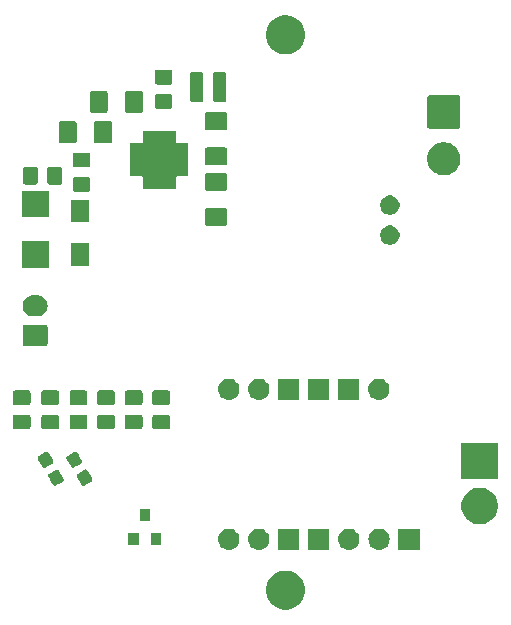
<source format=gbr>
G04 #@! TF.GenerationSoftware,KiCad,Pcbnew,(5.0.2)-1*
G04 #@! TF.CreationDate,2019-03-24T18:15:19+01:00*
G04 #@! TF.ProjectId,DICE-Charging - 2.0,44494345-2d43-4686-9172-67696e67202d,rev?*
G04 #@! TF.SameCoordinates,PX8cfad20PY5dfc8c0*
G04 #@! TF.FileFunction,Soldermask,Top*
G04 #@! TF.FilePolarity,Negative*
%FSLAX46Y46*%
G04 Gerber Fmt 4.6, Leading zero omitted, Abs format (unit mm)*
G04 Created by KiCad (PCBNEW (5.0.2)-1) date 24/03/2019 18:15:19*
%MOMM*%
%LPD*%
G01*
G04 APERTURE LIST*
%ADD10C,0.100000*%
G04 APERTURE END LIST*
D10*
G36*
X40047256Y16760702D02*
X40153579Y16739553D01*
X40454042Y16615097D01*
X40720852Y16436820D01*
X40724454Y16434413D01*
X40954413Y16204454D01*
X41135098Y15934040D01*
X41259553Y15633578D01*
X41323000Y15314611D01*
X41323000Y14989389D01*
X41259553Y14670422D01*
X41135098Y14369960D01*
X40954413Y14099546D01*
X40724454Y13869587D01*
X40724451Y13869585D01*
X40454042Y13688903D01*
X40153579Y13564447D01*
X40047256Y13543298D01*
X39834611Y13501000D01*
X39509389Y13501000D01*
X39296744Y13543298D01*
X39190421Y13564447D01*
X38889958Y13688903D01*
X38619549Y13869585D01*
X38619546Y13869587D01*
X38389587Y14099546D01*
X38208902Y14369960D01*
X38084447Y14670422D01*
X38021000Y14989389D01*
X38021000Y15314611D01*
X38084447Y15633578D01*
X38208902Y15934040D01*
X38389587Y16204454D01*
X38619546Y16434413D01*
X38623148Y16436820D01*
X38889958Y16615097D01*
X39190421Y16739553D01*
X39296744Y16760702D01*
X39509389Y16803000D01*
X39834611Y16803000D01*
X40047256Y16760702D01*
X40047256Y16760702D01*
G37*
G36*
X51041000Y18540000D02*
X49239000Y18540000D01*
X49239000Y20342000D01*
X51041000Y20342000D01*
X51041000Y18540000D01*
X51041000Y18540000D01*
G37*
G36*
X47710443Y20335481D02*
X47776627Y20328963D01*
X47889853Y20294616D01*
X47946467Y20277443D01*
X48085087Y20203348D01*
X48102991Y20193778D01*
X48138729Y20164448D01*
X48240186Y20081186D01*
X48320764Y19983000D01*
X48352778Y19943991D01*
X48352779Y19943989D01*
X48436443Y19787467D01*
X48436443Y19787466D01*
X48487963Y19617627D01*
X48505359Y19441000D01*
X48487963Y19264373D01*
X48453616Y19151147D01*
X48436443Y19094533D01*
X48375757Y18981000D01*
X48352778Y18938009D01*
X48323448Y18902271D01*
X48240186Y18800814D01*
X48138729Y18717552D01*
X48102991Y18688222D01*
X48102989Y18688221D01*
X47946467Y18604557D01*
X47889853Y18587384D01*
X47776627Y18553037D01*
X47710442Y18546518D01*
X47644260Y18540000D01*
X47555740Y18540000D01*
X47489558Y18546518D01*
X47423373Y18553037D01*
X47310147Y18587384D01*
X47253533Y18604557D01*
X47097011Y18688221D01*
X47097009Y18688222D01*
X47061271Y18717552D01*
X46959814Y18800814D01*
X46876552Y18902271D01*
X46847222Y18938009D01*
X46824243Y18981000D01*
X46763557Y19094533D01*
X46746384Y19151147D01*
X46712037Y19264373D01*
X46694641Y19441000D01*
X46712037Y19617627D01*
X46763557Y19787466D01*
X46763557Y19787467D01*
X46847221Y19943989D01*
X46847222Y19943991D01*
X46879236Y19983000D01*
X46959814Y20081186D01*
X47061271Y20164448D01*
X47097009Y20193778D01*
X47114913Y20203348D01*
X47253533Y20277443D01*
X47310147Y20294616D01*
X47423373Y20328963D01*
X47489557Y20335481D01*
X47555740Y20342000D01*
X47644260Y20342000D01*
X47710443Y20335481D01*
X47710443Y20335481D01*
G37*
G36*
X45150443Y20335481D02*
X45216627Y20328963D01*
X45329853Y20294616D01*
X45386467Y20277443D01*
X45525087Y20203348D01*
X45542991Y20193778D01*
X45578729Y20164448D01*
X45680186Y20081186D01*
X45760764Y19983000D01*
X45792778Y19943991D01*
X45792779Y19943989D01*
X45876443Y19787467D01*
X45876443Y19787466D01*
X45927963Y19617627D01*
X45945359Y19441000D01*
X45927963Y19264373D01*
X45893616Y19151147D01*
X45876443Y19094533D01*
X45815757Y18981000D01*
X45792778Y18938009D01*
X45763448Y18902271D01*
X45680186Y18800814D01*
X45578729Y18717552D01*
X45542991Y18688222D01*
X45542989Y18688221D01*
X45386467Y18604557D01*
X45329853Y18587384D01*
X45216627Y18553037D01*
X45150442Y18546518D01*
X45084260Y18540000D01*
X44995740Y18540000D01*
X44929558Y18546518D01*
X44863373Y18553037D01*
X44750147Y18587384D01*
X44693533Y18604557D01*
X44537011Y18688221D01*
X44537009Y18688222D01*
X44501271Y18717552D01*
X44399814Y18800814D01*
X44316552Y18902271D01*
X44287222Y18938009D01*
X44264243Y18981000D01*
X44203557Y19094533D01*
X44186384Y19151147D01*
X44152037Y19264373D01*
X44134641Y19441000D01*
X44152037Y19617627D01*
X44203557Y19787466D01*
X44203557Y19787467D01*
X44287221Y19943989D01*
X44287222Y19943991D01*
X44319236Y19983000D01*
X44399814Y20081186D01*
X44501271Y20164448D01*
X44537009Y20193778D01*
X44554913Y20203348D01*
X44693533Y20277443D01*
X44750147Y20294616D01*
X44863373Y20328963D01*
X44929557Y20335481D01*
X44995740Y20342000D01*
X45084260Y20342000D01*
X45150443Y20335481D01*
X45150443Y20335481D01*
G37*
G36*
X43401000Y18540000D02*
X41599000Y18540000D01*
X41599000Y20342000D01*
X43401000Y20342000D01*
X43401000Y18540000D01*
X43401000Y18540000D01*
G37*
G36*
X37530443Y20335481D02*
X37596627Y20328963D01*
X37709853Y20294616D01*
X37766467Y20277443D01*
X37905087Y20203348D01*
X37922991Y20193778D01*
X37958729Y20164448D01*
X38060186Y20081186D01*
X38140764Y19983000D01*
X38172778Y19943991D01*
X38172779Y19943989D01*
X38256443Y19787467D01*
X38256443Y19787466D01*
X38307963Y19617627D01*
X38325359Y19441000D01*
X38307963Y19264373D01*
X38273616Y19151147D01*
X38256443Y19094533D01*
X38195757Y18981000D01*
X38172778Y18938009D01*
X38143448Y18902271D01*
X38060186Y18800814D01*
X37958729Y18717552D01*
X37922991Y18688222D01*
X37922989Y18688221D01*
X37766467Y18604557D01*
X37709853Y18587384D01*
X37596627Y18553037D01*
X37530442Y18546518D01*
X37464260Y18540000D01*
X37375740Y18540000D01*
X37309558Y18546518D01*
X37243373Y18553037D01*
X37130147Y18587384D01*
X37073533Y18604557D01*
X36917011Y18688221D01*
X36917009Y18688222D01*
X36881271Y18717552D01*
X36779814Y18800814D01*
X36696552Y18902271D01*
X36667222Y18938009D01*
X36644243Y18981000D01*
X36583557Y19094533D01*
X36566384Y19151147D01*
X36532037Y19264373D01*
X36514641Y19441000D01*
X36532037Y19617627D01*
X36583557Y19787466D01*
X36583557Y19787467D01*
X36667221Y19943989D01*
X36667222Y19943991D01*
X36699236Y19983000D01*
X36779814Y20081186D01*
X36881271Y20164448D01*
X36917009Y20193778D01*
X36934913Y20203348D01*
X37073533Y20277443D01*
X37130147Y20294616D01*
X37243373Y20328963D01*
X37309557Y20335481D01*
X37375740Y20342000D01*
X37464260Y20342000D01*
X37530443Y20335481D01*
X37530443Y20335481D01*
G37*
G36*
X34990443Y20335481D02*
X35056627Y20328963D01*
X35169853Y20294616D01*
X35226467Y20277443D01*
X35365087Y20203348D01*
X35382991Y20193778D01*
X35418729Y20164448D01*
X35520186Y20081186D01*
X35600764Y19983000D01*
X35632778Y19943991D01*
X35632779Y19943989D01*
X35716443Y19787467D01*
X35716443Y19787466D01*
X35767963Y19617627D01*
X35785359Y19441000D01*
X35767963Y19264373D01*
X35733616Y19151147D01*
X35716443Y19094533D01*
X35655757Y18981000D01*
X35632778Y18938009D01*
X35603448Y18902271D01*
X35520186Y18800814D01*
X35418729Y18717552D01*
X35382991Y18688222D01*
X35382989Y18688221D01*
X35226467Y18604557D01*
X35169853Y18587384D01*
X35056627Y18553037D01*
X34990442Y18546518D01*
X34924260Y18540000D01*
X34835740Y18540000D01*
X34769558Y18546518D01*
X34703373Y18553037D01*
X34590147Y18587384D01*
X34533533Y18604557D01*
X34377011Y18688221D01*
X34377009Y18688222D01*
X34341271Y18717552D01*
X34239814Y18800814D01*
X34156552Y18902271D01*
X34127222Y18938009D01*
X34104243Y18981000D01*
X34043557Y19094533D01*
X34026384Y19151147D01*
X33992037Y19264373D01*
X33974641Y19441000D01*
X33992037Y19617627D01*
X34043557Y19787466D01*
X34043557Y19787467D01*
X34127221Y19943989D01*
X34127222Y19943991D01*
X34159236Y19983000D01*
X34239814Y20081186D01*
X34341271Y20164448D01*
X34377009Y20193778D01*
X34394913Y20203348D01*
X34533533Y20277443D01*
X34590147Y20294616D01*
X34703373Y20328963D01*
X34769557Y20335481D01*
X34835740Y20342000D01*
X34924260Y20342000D01*
X34990443Y20335481D01*
X34990443Y20335481D01*
G37*
G36*
X40861000Y18540000D02*
X39059000Y18540000D01*
X39059000Y20342000D01*
X40861000Y20342000D01*
X40861000Y18540000D01*
X40861000Y18540000D01*
G37*
G36*
X29183000Y18981000D02*
X28281000Y18981000D01*
X28281000Y19983000D01*
X29183000Y19983000D01*
X29183000Y18981000D01*
X29183000Y18981000D01*
G37*
G36*
X27283000Y18981000D02*
X26381000Y18981000D01*
X26381000Y19983000D01*
X27283000Y19983000D01*
X27283000Y18981000D01*
X27283000Y18981000D01*
G37*
G36*
X56484527Y23778264D02*
X56584410Y23758396D01*
X56866674Y23641479D01*
X57120705Y23471741D01*
X57336741Y23255705D01*
X57506479Y23001674D01*
X57623396Y22719410D01*
X57683000Y22419760D01*
X57683000Y22114240D01*
X57623396Y21814590D01*
X57506479Y21532326D01*
X57336741Y21278295D01*
X57120705Y21062259D01*
X56866674Y20892521D01*
X56584410Y20775604D01*
X56484527Y20755736D01*
X56284762Y20716000D01*
X55979238Y20716000D01*
X55779473Y20755736D01*
X55679590Y20775604D01*
X55397326Y20892521D01*
X55143295Y21062259D01*
X54927259Y21278295D01*
X54757521Y21532326D01*
X54640604Y21814590D01*
X54581000Y22114240D01*
X54581000Y22419760D01*
X54640604Y22719410D01*
X54757521Y23001674D01*
X54927259Y23255705D01*
X55143295Y23471741D01*
X55397326Y23641479D01*
X55679590Y23758396D01*
X55779473Y23778264D01*
X55979238Y23818000D01*
X56284762Y23818000D01*
X56484527Y23778264D01*
X56484527Y23778264D01*
G37*
G36*
X28233000Y20981000D02*
X27331000Y20981000D01*
X27331000Y21983000D01*
X28233000Y21983000D01*
X28233000Y20981000D01*
X28233000Y20981000D01*
G37*
G36*
X20385377Y25352755D02*
X20422050Y25338953D01*
X20455331Y25318257D01*
X20483931Y25291471D01*
X20510349Y25254604D01*
X20538527Y25205798D01*
X20538530Y25205794D01*
X20851530Y24663662D01*
X20851535Y24663650D01*
X20879706Y24614857D01*
X20898428Y24573539D01*
X20907326Y24535375D01*
X20908608Y24496208D01*
X20902226Y24457551D01*
X20888422Y24420874D01*
X20867728Y24387596D01*
X20840940Y24358995D01*
X20804074Y24332577D01*
X20250926Y24013217D01*
X20209615Y23994498D01*
X20171450Y23985600D01*
X20132283Y23984318D01*
X20093623Y23990701D01*
X20056950Y24004503D01*
X20023669Y24025199D01*
X19995069Y24051985D01*
X19968651Y24088852D01*
X19940473Y24137658D01*
X19940470Y24137662D01*
X19627470Y24679794D01*
X19627465Y24679806D01*
X19599294Y24728599D01*
X19580572Y24769917D01*
X19571674Y24808081D01*
X19570392Y24847248D01*
X19576774Y24885905D01*
X19590578Y24922582D01*
X19611272Y24955860D01*
X19638060Y24984461D01*
X19674926Y25010879D01*
X20228074Y25330239D01*
X20269385Y25348958D01*
X20307550Y25357856D01*
X20346717Y25359138D01*
X20385377Y25352755D01*
X20385377Y25352755D01*
G37*
G36*
X22812377Y25352755D02*
X22849050Y25338953D01*
X22882331Y25318257D01*
X22910931Y25291471D01*
X22937349Y25254604D01*
X22965527Y25205798D01*
X22965530Y25205794D01*
X23278530Y24663662D01*
X23278535Y24663650D01*
X23306706Y24614857D01*
X23325428Y24573539D01*
X23334326Y24535375D01*
X23335608Y24496208D01*
X23329226Y24457551D01*
X23315422Y24420874D01*
X23294728Y24387596D01*
X23267940Y24358995D01*
X23231074Y24332577D01*
X22677926Y24013217D01*
X22636615Y23994498D01*
X22598450Y23985600D01*
X22559283Y23984318D01*
X22520623Y23990701D01*
X22483950Y24004503D01*
X22450669Y24025199D01*
X22422069Y24051985D01*
X22395651Y24088852D01*
X22367473Y24137658D01*
X22367470Y24137662D01*
X22054470Y24679794D01*
X22054465Y24679806D01*
X22026294Y24728599D01*
X22007572Y24769917D01*
X21998674Y24808081D01*
X21997392Y24847248D01*
X22003774Y24885905D01*
X22017578Y24922582D01*
X22038272Y24955860D01*
X22065060Y24984461D01*
X22101926Y25010879D01*
X22655074Y25330239D01*
X22696385Y25348958D01*
X22734550Y25357856D01*
X22773717Y25359138D01*
X22812377Y25352755D01*
X22812377Y25352755D01*
G37*
G36*
X57683000Y24526000D02*
X54581000Y24526000D01*
X54581000Y27628000D01*
X57683000Y27628000D01*
X57683000Y24526000D01*
X57683000Y24526000D01*
G37*
G36*
X19510377Y26868299D02*
X19547050Y26854497D01*
X19580331Y26833801D01*
X19608931Y26807015D01*
X19635349Y26770148D01*
X19663527Y26721342D01*
X19663530Y26721338D01*
X19976530Y26179206D01*
X19976535Y26179194D01*
X20004706Y26130401D01*
X20023428Y26089083D01*
X20032326Y26050919D01*
X20033608Y26011752D01*
X20027226Y25973095D01*
X20013422Y25936418D01*
X19992728Y25903140D01*
X19965940Y25874539D01*
X19929074Y25848121D01*
X19375926Y25528761D01*
X19334615Y25510042D01*
X19296450Y25501144D01*
X19257283Y25499862D01*
X19218623Y25506245D01*
X19181950Y25520047D01*
X19148669Y25540743D01*
X19120069Y25567529D01*
X19093651Y25604396D01*
X19065473Y25653202D01*
X19065470Y25653206D01*
X18752470Y26195338D01*
X18752465Y26195350D01*
X18724294Y26244143D01*
X18705572Y26285461D01*
X18696674Y26323625D01*
X18695392Y26362792D01*
X18701774Y26401449D01*
X18715578Y26438126D01*
X18736272Y26471404D01*
X18763060Y26500005D01*
X18799926Y26526423D01*
X19353074Y26845783D01*
X19394385Y26864502D01*
X19432550Y26873400D01*
X19471717Y26874682D01*
X19510377Y26868299D01*
X19510377Y26868299D01*
G37*
G36*
X21937377Y26868299D02*
X21974050Y26854497D01*
X22007331Y26833801D01*
X22035931Y26807015D01*
X22062349Y26770148D01*
X22090527Y26721342D01*
X22090530Y26721338D01*
X22403530Y26179206D01*
X22403535Y26179194D01*
X22431706Y26130401D01*
X22450428Y26089083D01*
X22459326Y26050919D01*
X22460608Y26011752D01*
X22454226Y25973095D01*
X22440422Y25936418D01*
X22419728Y25903140D01*
X22392940Y25874539D01*
X22356074Y25848121D01*
X21802926Y25528761D01*
X21761615Y25510042D01*
X21723450Y25501144D01*
X21684283Y25499862D01*
X21645623Y25506245D01*
X21608950Y25520047D01*
X21575669Y25540743D01*
X21547069Y25567529D01*
X21520651Y25604396D01*
X21492473Y25653202D01*
X21492470Y25653206D01*
X21179470Y26195338D01*
X21179465Y26195350D01*
X21151294Y26244143D01*
X21132572Y26285461D01*
X21123674Y26323625D01*
X21122392Y26362792D01*
X21128774Y26401449D01*
X21142578Y26438126D01*
X21163272Y26471404D01*
X21190060Y26500005D01*
X21226926Y26526423D01*
X21780074Y26845783D01*
X21821385Y26864502D01*
X21859550Y26873400D01*
X21898717Y26874682D01*
X21937377Y26868299D01*
X21937377Y26868299D01*
G37*
G36*
X29750677Y29998535D02*
X29788364Y29987102D01*
X29823103Y29968534D01*
X29853548Y29943548D01*
X29878534Y29913103D01*
X29897102Y29878364D01*
X29908535Y29840677D01*
X29913000Y29795339D01*
X29913000Y28958661D01*
X29908535Y28913323D01*
X29897102Y28875636D01*
X29878534Y28840897D01*
X29853548Y28810452D01*
X29823103Y28785466D01*
X29788364Y28766898D01*
X29750677Y28755465D01*
X29705339Y28751000D01*
X28618661Y28751000D01*
X28573323Y28755465D01*
X28535636Y28766898D01*
X28500897Y28785466D01*
X28470452Y28810452D01*
X28445466Y28840897D01*
X28426898Y28875636D01*
X28415465Y28913323D01*
X28411000Y28958661D01*
X28411000Y29795339D01*
X28415465Y29840677D01*
X28426898Y29878364D01*
X28445466Y29913103D01*
X28470452Y29943548D01*
X28500897Y29968534D01*
X28535636Y29987102D01*
X28573323Y29998535D01*
X28618661Y30003000D01*
X29705339Y30003000D01*
X29750677Y29998535D01*
X29750677Y29998535D01*
G37*
G36*
X17930677Y29998535D02*
X17968364Y29987102D01*
X18003103Y29968534D01*
X18033548Y29943548D01*
X18058534Y29913103D01*
X18077102Y29878364D01*
X18088535Y29840677D01*
X18093000Y29795339D01*
X18093000Y28958661D01*
X18088535Y28913323D01*
X18077102Y28875636D01*
X18058534Y28840897D01*
X18033548Y28810452D01*
X18003103Y28785466D01*
X17968364Y28766898D01*
X17930677Y28755465D01*
X17885339Y28751000D01*
X16798661Y28751000D01*
X16753323Y28755465D01*
X16715636Y28766898D01*
X16680897Y28785466D01*
X16650452Y28810452D01*
X16625466Y28840897D01*
X16606898Y28875636D01*
X16595465Y28913323D01*
X16591000Y28958661D01*
X16591000Y29795339D01*
X16595465Y29840677D01*
X16606898Y29878364D01*
X16625466Y29913103D01*
X16650452Y29943548D01*
X16680897Y29968534D01*
X16715636Y29987102D01*
X16753323Y29998535D01*
X16798661Y30003000D01*
X17885339Y30003000D01*
X17930677Y29998535D01*
X17930677Y29998535D01*
G37*
G36*
X20357677Y29998535D02*
X20395364Y29987102D01*
X20430103Y29968534D01*
X20460548Y29943548D01*
X20485534Y29913103D01*
X20504102Y29878364D01*
X20515535Y29840677D01*
X20520000Y29795339D01*
X20520000Y28958661D01*
X20515535Y28913323D01*
X20504102Y28875636D01*
X20485534Y28840897D01*
X20460548Y28810452D01*
X20430103Y28785466D01*
X20395364Y28766898D01*
X20357677Y28755465D01*
X20312339Y28751000D01*
X19225661Y28751000D01*
X19180323Y28755465D01*
X19142636Y28766898D01*
X19107897Y28785466D01*
X19077452Y28810452D01*
X19052466Y28840897D01*
X19033898Y28875636D01*
X19022465Y28913323D01*
X19018000Y28958661D01*
X19018000Y29795339D01*
X19022465Y29840677D01*
X19033898Y29878364D01*
X19052466Y29913103D01*
X19077452Y29943548D01*
X19107897Y29968534D01*
X19142636Y29987102D01*
X19180323Y29998535D01*
X19225661Y30003000D01*
X20312339Y30003000D01*
X20357677Y29998535D01*
X20357677Y29998535D01*
G37*
G36*
X22739677Y29998535D02*
X22777364Y29987102D01*
X22812103Y29968534D01*
X22842548Y29943548D01*
X22867534Y29913103D01*
X22886102Y29878364D01*
X22897535Y29840677D01*
X22902000Y29795339D01*
X22902000Y28958661D01*
X22897535Y28913323D01*
X22886102Y28875636D01*
X22867534Y28840897D01*
X22842548Y28810452D01*
X22812103Y28785466D01*
X22777364Y28766898D01*
X22739677Y28755465D01*
X22694339Y28751000D01*
X21607661Y28751000D01*
X21562323Y28755465D01*
X21524636Y28766898D01*
X21489897Y28785466D01*
X21459452Y28810452D01*
X21434466Y28840897D01*
X21415898Y28875636D01*
X21404465Y28913323D01*
X21400000Y28958661D01*
X21400000Y29795339D01*
X21404465Y29840677D01*
X21415898Y29878364D01*
X21434466Y29913103D01*
X21459452Y29943548D01*
X21489897Y29968534D01*
X21524636Y29987102D01*
X21562323Y29998535D01*
X21607661Y30003000D01*
X22694339Y30003000D01*
X22739677Y29998535D01*
X22739677Y29998535D01*
G37*
G36*
X27413677Y29998535D02*
X27451364Y29987102D01*
X27486103Y29968534D01*
X27516548Y29943548D01*
X27541534Y29913103D01*
X27560102Y29878364D01*
X27571535Y29840677D01*
X27576000Y29795339D01*
X27576000Y28958661D01*
X27571535Y28913323D01*
X27560102Y28875636D01*
X27541534Y28840897D01*
X27516548Y28810452D01*
X27486103Y28785466D01*
X27451364Y28766898D01*
X27413677Y28755465D01*
X27368339Y28751000D01*
X26281661Y28751000D01*
X26236323Y28755465D01*
X26198636Y28766898D01*
X26163897Y28785466D01*
X26133452Y28810452D01*
X26108466Y28840897D01*
X26089898Y28875636D01*
X26078465Y28913323D01*
X26074000Y28958661D01*
X26074000Y29795339D01*
X26078465Y29840677D01*
X26089898Y29878364D01*
X26108466Y29913103D01*
X26133452Y29943548D01*
X26163897Y29968534D01*
X26198636Y29987102D01*
X26236323Y29998535D01*
X26281661Y30003000D01*
X27368339Y30003000D01*
X27413677Y29998535D01*
X27413677Y29998535D01*
G37*
G36*
X25076677Y29998535D02*
X25114364Y29987102D01*
X25149103Y29968534D01*
X25179548Y29943548D01*
X25204534Y29913103D01*
X25223102Y29878364D01*
X25234535Y29840677D01*
X25239000Y29795339D01*
X25239000Y28958661D01*
X25234535Y28913323D01*
X25223102Y28875636D01*
X25204534Y28840897D01*
X25179548Y28810452D01*
X25149103Y28785466D01*
X25114364Y28766898D01*
X25076677Y28755465D01*
X25031339Y28751000D01*
X23944661Y28751000D01*
X23899323Y28755465D01*
X23861636Y28766898D01*
X23826897Y28785466D01*
X23796452Y28810452D01*
X23771466Y28840897D01*
X23752898Y28875636D01*
X23741465Y28913323D01*
X23737000Y28958661D01*
X23737000Y29795339D01*
X23741465Y29840677D01*
X23752898Y29878364D01*
X23771466Y29913103D01*
X23796452Y29943548D01*
X23826897Y29968534D01*
X23861636Y29987102D01*
X23899323Y29998535D01*
X23944661Y30003000D01*
X25031339Y30003000D01*
X25076677Y29998535D01*
X25076677Y29998535D01*
G37*
G36*
X29750677Y32048535D02*
X29788364Y32037102D01*
X29823103Y32018534D01*
X29853548Y31993548D01*
X29878534Y31963103D01*
X29897102Y31928364D01*
X29908535Y31890677D01*
X29913000Y31845339D01*
X29913000Y31008661D01*
X29908535Y30963323D01*
X29897102Y30925636D01*
X29878534Y30890897D01*
X29853548Y30860452D01*
X29823103Y30835466D01*
X29788364Y30816898D01*
X29750677Y30805465D01*
X29705339Y30801000D01*
X28618661Y30801000D01*
X28573323Y30805465D01*
X28535636Y30816898D01*
X28500897Y30835466D01*
X28470452Y30860452D01*
X28445466Y30890897D01*
X28426898Y30925636D01*
X28415465Y30963323D01*
X28411000Y31008661D01*
X28411000Y31845339D01*
X28415465Y31890677D01*
X28426898Y31928364D01*
X28445466Y31963103D01*
X28470452Y31993548D01*
X28500897Y32018534D01*
X28535636Y32037102D01*
X28573323Y32048535D01*
X28618661Y32053000D01*
X29705339Y32053000D01*
X29750677Y32048535D01*
X29750677Y32048535D01*
G37*
G36*
X27413677Y32048535D02*
X27451364Y32037102D01*
X27486103Y32018534D01*
X27516548Y31993548D01*
X27541534Y31963103D01*
X27560102Y31928364D01*
X27571535Y31890677D01*
X27576000Y31845339D01*
X27576000Y31008661D01*
X27571535Y30963323D01*
X27560102Y30925636D01*
X27541534Y30890897D01*
X27516548Y30860452D01*
X27486103Y30835466D01*
X27451364Y30816898D01*
X27413677Y30805465D01*
X27368339Y30801000D01*
X26281661Y30801000D01*
X26236323Y30805465D01*
X26198636Y30816898D01*
X26163897Y30835466D01*
X26133452Y30860452D01*
X26108466Y30890897D01*
X26089898Y30925636D01*
X26078465Y30963323D01*
X26074000Y31008661D01*
X26074000Y31845339D01*
X26078465Y31890677D01*
X26089898Y31928364D01*
X26108466Y31963103D01*
X26133452Y31993548D01*
X26163897Y32018534D01*
X26198636Y32037102D01*
X26236323Y32048535D01*
X26281661Y32053000D01*
X27368339Y32053000D01*
X27413677Y32048535D01*
X27413677Y32048535D01*
G37*
G36*
X20357677Y32048535D02*
X20395364Y32037102D01*
X20430103Y32018534D01*
X20460548Y31993548D01*
X20485534Y31963103D01*
X20504102Y31928364D01*
X20515535Y31890677D01*
X20520000Y31845339D01*
X20520000Y31008661D01*
X20515535Y30963323D01*
X20504102Y30925636D01*
X20485534Y30890897D01*
X20460548Y30860452D01*
X20430103Y30835466D01*
X20395364Y30816898D01*
X20357677Y30805465D01*
X20312339Y30801000D01*
X19225661Y30801000D01*
X19180323Y30805465D01*
X19142636Y30816898D01*
X19107897Y30835466D01*
X19077452Y30860452D01*
X19052466Y30890897D01*
X19033898Y30925636D01*
X19022465Y30963323D01*
X19018000Y31008661D01*
X19018000Y31845339D01*
X19022465Y31890677D01*
X19033898Y31928364D01*
X19052466Y31963103D01*
X19077452Y31993548D01*
X19107897Y32018534D01*
X19142636Y32037102D01*
X19180323Y32048535D01*
X19225661Y32053000D01*
X20312339Y32053000D01*
X20357677Y32048535D01*
X20357677Y32048535D01*
G37*
G36*
X17930677Y32048535D02*
X17968364Y32037102D01*
X18003103Y32018534D01*
X18033548Y31993548D01*
X18058534Y31963103D01*
X18077102Y31928364D01*
X18088535Y31890677D01*
X18093000Y31845339D01*
X18093000Y31008661D01*
X18088535Y30963323D01*
X18077102Y30925636D01*
X18058534Y30890897D01*
X18033548Y30860452D01*
X18003103Y30835466D01*
X17968364Y30816898D01*
X17930677Y30805465D01*
X17885339Y30801000D01*
X16798661Y30801000D01*
X16753323Y30805465D01*
X16715636Y30816898D01*
X16680897Y30835466D01*
X16650452Y30860452D01*
X16625466Y30890897D01*
X16606898Y30925636D01*
X16595465Y30963323D01*
X16591000Y31008661D01*
X16591000Y31845339D01*
X16595465Y31890677D01*
X16606898Y31928364D01*
X16625466Y31963103D01*
X16650452Y31993548D01*
X16680897Y32018534D01*
X16715636Y32037102D01*
X16753323Y32048535D01*
X16798661Y32053000D01*
X17885339Y32053000D01*
X17930677Y32048535D01*
X17930677Y32048535D01*
G37*
G36*
X25076677Y32048535D02*
X25114364Y32037102D01*
X25149103Y32018534D01*
X25179548Y31993548D01*
X25204534Y31963103D01*
X25223102Y31928364D01*
X25234535Y31890677D01*
X25239000Y31845339D01*
X25239000Y31008661D01*
X25234535Y30963323D01*
X25223102Y30925636D01*
X25204534Y30890897D01*
X25179548Y30860452D01*
X25149103Y30835466D01*
X25114364Y30816898D01*
X25076677Y30805465D01*
X25031339Y30801000D01*
X23944661Y30801000D01*
X23899323Y30805465D01*
X23861636Y30816898D01*
X23826897Y30835466D01*
X23796452Y30860452D01*
X23771466Y30890897D01*
X23752898Y30925636D01*
X23741465Y30963323D01*
X23737000Y31008661D01*
X23737000Y31845339D01*
X23741465Y31890677D01*
X23752898Y31928364D01*
X23771466Y31963103D01*
X23796452Y31993548D01*
X23826897Y32018534D01*
X23861636Y32037102D01*
X23899323Y32048535D01*
X23944661Y32053000D01*
X25031339Y32053000D01*
X25076677Y32048535D01*
X25076677Y32048535D01*
G37*
G36*
X22739677Y32048535D02*
X22777364Y32037102D01*
X22812103Y32018534D01*
X22842548Y31993548D01*
X22867534Y31963103D01*
X22886102Y31928364D01*
X22897535Y31890677D01*
X22902000Y31845339D01*
X22902000Y31008661D01*
X22897535Y30963323D01*
X22886102Y30925636D01*
X22867534Y30890897D01*
X22842548Y30860452D01*
X22812103Y30835466D01*
X22777364Y30816898D01*
X22739677Y30805465D01*
X22694339Y30801000D01*
X21607661Y30801000D01*
X21562323Y30805465D01*
X21524636Y30816898D01*
X21489897Y30835466D01*
X21459452Y30860452D01*
X21434466Y30890897D01*
X21415898Y30925636D01*
X21404465Y30963323D01*
X21400000Y31008661D01*
X21400000Y31845339D01*
X21404465Y31890677D01*
X21415898Y31928364D01*
X21434466Y31963103D01*
X21459452Y31993548D01*
X21489897Y32018534D01*
X21524636Y32037102D01*
X21562323Y32048535D01*
X21607661Y32053000D01*
X22694339Y32053000D01*
X22739677Y32048535D01*
X22739677Y32048535D01*
G37*
G36*
X40861000Y31240000D02*
X39059000Y31240000D01*
X39059000Y33042000D01*
X40861000Y33042000D01*
X40861000Y31240000D01*
X40861000Y31240000D01*
G37*
G36*
X43401000Y31240000D02*
X41599000Y31240000D01*
X41599000Y33042000D01*
X43401000Y33042000D01*
X43401000Y31240000D01*
X43401000Y31240000D01*
G37*
G36*
X34990442Y33035482D02*
X35056627Y33028963D01*
X35169853Y32994616D01*
X35226467Y32977443D01*
X35365087Y32903348D01*
X35382991Y32893778D01*
X35418729Y32864448D01*
X35520186Y32781186D01*
X35603448Y32679729D01*
X35632778Y32643991D01*
X35632779Y32643989D01*
X35716443Y32487467D01*
X35716443Y32487466D01*
X35767963Y32317627D01*
X35785359Y32141000D01*
X35767963Y31964373D01*
X35743880Y31884983D01*
X35716443Y31794533D01*
X35642348Y31655913D01*
X35632778Y31638009D01*
X35603448Y31602271D01*
X35520186Y31500814D01*
X35418729Y31417552D01*
X35382991Y31388222D01*
X35382989Y31388221D01*
X35226467Y31304557D01*
X35169853Y31287384D01*
X35056627Y31253037D01*
X34990442Y31246518D01*
X34924260Y31240000D01*
X34835740Y31240000D01*
X34769558Y31246518D01*
X34703373Y31253037D01*
X34590147Y31287384D01*
X34533533Y31304557D01*
X34377011Y31388221D01*
X34377009Y31388222D01*
X34341271Y31417552D01*
X34239814Y31500814D01*
X34156552Y31602271D01*
X34127222Y31638009D01*
X34117652Y31655913D01*
X34043557Y31794533D01*
X34016120Y31884983D01*
X33992037Y31964373D01*
X33974641Y32141000D01*
X33992037Y32317627D01*
X34043557Y32487466D01*
X34043557Y32487467D01*
X34127221Y32643989D01*
X34127222Y32643991D01*
X34156552Y32679729D01*
X34239814Y32781186D01*
X34341271Y32864448D01*
X34377009Y32893778D01*
X34394913Y32903348D01*
X34533533Y32977443D01*
X34590147Y32994616D01*
X34703373Y33028963D01*
X34769558Y33035482D01*
X34835740Y33042000D01*
X34924260Y33042000D01*
X34990442Y33035482D01*
X34990442Y33035482D01*
G37*
G36*
X37530442Y33035482D02*
X37596627Y33028963D01*
X37709853Y32994616D01*
X37766467Y32977443D01*
X37905087Y32903348D01*
X37922991Y32893778D01*
X37958729Y32864448D01*
X38060186Y32781186D01*
X38143448Y32679729D01*
X38172778Y32643991D01*
X38172779Y32643989D01*
X38256443Y32487467D01*
X38256443Y32487466D01*
X38307963Y32317627D01*
X38325359Y32141000D01*
X38307963Y31964373D01*
X38283880Y31884983D01*
X38256443Y31794533D01*
X38182348Y31655913D01*
X38172778Y31638009D01*
X38143448Y31602271D01*
X38060186Y31500814D01*
X37958729Y31417552D01*
X37922991Y31388222D01*
X37922989Y31388221D01*
X37766467Y31304557D01*
X37709853Y31287384D01*
X37596627Y31253037D01*
X37530442Y31246518D01*
X37464260Y31240000D01*
X37375740Y31240000D01*
X37309558Y31246518D01*
X37243373Y31253037D01*
X37130147Y31287384D01*
X37073533Y31304557D01*
X36917011Y31388221D01*
X36917009Y31388222D01*
X36881271Y31417552D01*
X36779814Y31500814D01*
X36696552Y31602271D01*
X36667222Y31638009D01*
X36657652Y31655913D01*
X36583557Y31794533D01*
X36556120Y31884983D01*
X36532037Y31964373D01*
X36514641Y32141000D01*
X36532037Y32317627D01*
X36583557Y32487466D01*
X36583557Y32487467D01*
X36667221Y32643989D01*
X36667222Y32643991D01*
X36696552Y32679729D01*
X36779814Y32781186D01*
X36881271Y32864448D01*
X36917009Y32893778D01*
X36934913Y32903348D01*
X37073533Y32977443D01*
X37130147Y32994616D01*
X37243373Y33028963D01*
X37309558Y33035482D01*
X37375740Y33042000D01*
X37464260Y33042000D01*
X37530442Y33035482D01*
X37530442Y33035482D01*
G37*
G36*
X47690442Y33035482D02*
X47756627Y33028963D01*
X47869853Y32994616D01*
X47926467Y32977443D01*
X48065087Y32903348D01*
X48082991Y32893778D01*
X48118729Y32864448D01*
X48220186Y32781186D01*
X48303448Y32679729D01*
X48332778Y32643991D01*
X48332779Y32643989D01*
X48416443Y32487467D01*
X48416443Y32487466D01*
X48467963Y32317627D01*
X48485359Y32141000D01*
X48467963Y31964373D01*
X48443880Y31884983D01*
X48416443Y31794533D01*
X48342348Y31655913D01*
X48332778Y31638009D01*
X48303448Y31602271D01*
X48220186Y31500814D01*
X48118729Y31417552D01*
X48082991Y31388222D01*
X48082989Y31388221D01*
X47926467Y31304557D01*
X47869853Y31287384D01*
X47756627Y31253037D01*
X47690442Y31246518D01*
X47624260Y31240000D01*
X47535740Y31240000D01*
X47469558Y31246518D01*
X47403373Y31253037D01*
X47290147Y31287384D01*
X47233533Y31304557D01*
X47077011Y31388221D01*
X47077009Y31388222D01*
X47041271Y31417552D01*
X46939814Y31500814D01*
X46856552Y31602271D01*
X46827222Y31638009D01*
X46817652Y31655913D01*
X46743557Y31794533D01*
X46716120Y31884983D01*
X46692037Y31964373D01*
X46674641Y32141000D01*
X46692037Y32317627D01*
X46743557Y32487466D01*
X46743557Y32487467D01*
X46827221Y32643989D01*
X46827222Y32643991D01*
X46856552Y32679729D01*
X46939814Y32781186D01*
X47041271Y32864448D01*
X47077009Y32893778D01*
X47094913Y32903348D01*
X47233533Y32977443D01*
X47290147Y32994616D01*
X47403373Y33028963D01*
X47469558Y33035482D01*
X47535740Y33042000D01*
X47624260Y33042000D01*
X47690442Y33035482D01*
X47690442Y33035482D01*
G37*
G36*
X45941000Y31240000D02*
X44139000Y31240000D01*
X44139000Y33042000D01*
X45941000Y33042000D01*
X45941000Y31240000D01*
X45941000Y31240000D01*
G37*
G36*
X19390600Y37619694D02*
X19423649Y37609669D01*
X19454106Y37593389D01*
X19480799Y37571482D01*
X19502706Y37544789D01*
X19518986Y37514332D01*
X19529011Y37481283D01*
X19533000Y37440779D01*
X19533000Y36004587D01*
X19529011Y35964083D01*
X19518986Y35931034D01*
X19502706Y35900577D01*
X19480799Y35873884D01*
X19454106Y35851977D01*
X19423649Y35835697D01*
X19390600Y35825672D01*
X19350096Y35821683D01*
X17613904Y35821683D01*
X17573400Y35825672D01*
X17540351Y35835697D01*
X17509894Y35851977D01*
X17483201Y35873884D01*
X17461294Y35900577D01*
X17445014Y35931034D01*
X17434989Y35964083D01*
X17431000Y36004587D01*
X17431000Y37440779D01*
X17434989Y37481283D01*
X17445014Y37514332D01*
X17461294Y37544789D01*
X17483201Y37571482D01*
X17509894Y37593389D01*
X17540351Y37609669D01*
X17573400Y37619694D01*
X17613904Y37623683D01*
X19350096Y37623683D01*
X19390600Y37619694D01*
X19390600Y37619694D01*
G37*
G36*
X18742442Y40117165D02*
X18808627Y40110646D01*
X18921853Y40076299D01*
X18978467Y40059126D01*
X19117087Y39985031D01*
X19134991Y39975461D01*
X19170729Y39946131D01*
X19272186Y39862869D01*
X19355448Y39761412D01*
X19384778Y39725674D01*
X19384779Y39725672D01*
X19468443Y39569150D01*
X19468443Y39569149D01*
X19519963Y39399310D01*
X19537359Y39222683D01*
X19519963Y39046056D01*
X19485616Y38932830D01*
X19468443Y38876216D01*
X19394348Y38737596D01*
X19384778Y38719692D01*
X19355448Y38683954D01*
X19272186Y38582497D01*
X19170729Y38499235D01*
X19134991Y38469905D01*
X19134989Y38469904D01*
X18978467Y38386240D01*
X18921853Y38369067D01*
X18808627Y38334720D01*
X18742443Y38328202D01*
X18676260Y38321683D01*
X18287740Y38321683D01*
X18221557Y38328202D01*
X18155373Y38334720D01*
X18042147Y38369067D01*
X17985533Y38386240D01*
X17829011Y38469904D01*
X17829009Y38469905D01*
X17793271Y38499235D01*
X17691814Y38582497D01*
X17608552Y38683954D01*
X17579222Y38719692D01*
X17569652Y38737596D01*
X17495557Y38876216D01*
X17478384Y38932830D01*
X17444037Y39046056D01*
X17426641Y39222683D01*
X17444037Y39399310D01*
X17495557Y39569149D01*
X17495557Y39569150D01*
X17579221Y39725672D01*
X17579222Y39725674D01*
X17608552Y39761412D01*
X17691814Y39862869D01*
X17793271Y39946131D01*
X17829009Y39975461D01*
X17846913Y39985031D01*
X17985533Y40059126D01*
X18042147Y40076299D01*
X18155373Y40110646D01*
X18221558Y40117165D01*
X18287740Y40123683D01*
X18676260Y40123683D01*
X18742442Y40117165D01*
X18742442Y40117165D01*
G37*
G36*
X19623000Y42441500D02*
X17341000Y42441500D01*
X17341000Y44663500D01*
X19623000Y44663500D01*
X19623000Y42441500D01*
X19623000Y42441500D01*
G37*
G36*
X23053000Y42601000D02*
X21551000Y42601000D01*
X21551000Y44503000D01*
X23053000Y44503000D01*
X23053000Y42601000D01*
X23053000Y42601000D01*
G37*
G36*
X48759142Y45983758D02*
X48907102Y45922470D01*
X49040258Y45833498D01*
X49153498Y45720258D01*
X49242470Y45587102D01*
X49303758Y45439142D01*
X49335000Y45282075D01*
X49335000Y45121925D01*
X49303758Y44964858D01*
X49242470Y44816898D01*
X49153498Y44683742D01*
X49040258Y44570502D01*
X48907102Y44481530D01*
X48759142Y44420242D01*
X48602075Y44389000D01*
X48441925Y44389000D01*
X48284858Y44420242D01*
X48136898Y44481530D01*
X48003742Y44570502D01*
X47890502Y44683742D01*
X47801530Y44816898D01*
X47740242Y44964858D01*
X47709000Y45121925D01*
X47709000Y45282075D01*
X47740242Y45439142D01*
X47801530Y45587102D01*
X47890502Y45720258D01*
X48003742Y45833498D01*
X48136898Y45922470D01*
X48284858Y45983758D01*
X48441925Y46015000D01*
X48602075Y46015000D01*
X48759142Y45983758D01*
X48759142Y45983758D01*
G37*
G36*
X34577562Y47496319D02*
X34612477Y47485727D01*
X34644665Y47468522D01*
X34672873Y47445373D01*
X34696022Y47417165D01*
X34713227Y47384977D01*
X34723819Y47350062D01*
X34728000Y47307605D01*
X34728000Y46166395D01*
X34723819Y46123938D01*
X34713227Y46089023D01*
X34696022Y46056835D01*
X34672873Y46028627D01*
X34644665Y46005478D01*
X34612477Y45988273D01*
X34577562Y45977681D01*
X34535105Y45973500D01*
X33068895Y45973500D01*
X33026438Y45977681D01*
X32991523Y45988273D01*
X32959335Y46005478D01*
X32931127Y46028627D01*
X32907978Y46056835D01*
X32890773Y46089023D01*
X32880181Y46123938D01*
X32876000Y46166395D01*
X32876000Y47307605D01*
X32880181Y47350062D01*
X32890773Y47384977D01*
X32907978Y47417165D01*
X32931127Y47445373D01*
X32959335Y47468522D01*
X32991523Y47485727D01*
X33026438Y47496319D01*
X33068895Y47500500D01*
X34535105Y47500500D01*
X34577562Y47496319D01*
X34577562Y47496319D01*
G37*
G36*
X23053000Y46301000D02*
X21551000Y46301000D01*
X21551000Y48203000D01*
X23053000Y48203000D01*
X23053000Y46301000D01*
X23053000Y46301000D01*
G37*
G36*
X19623000Y46720500D02*
X17341000Y46720500D01*
X17341000Y48942500D01*
X19623000Y48942500D01*
X19623000Y46720500D01*
X19623000Y46720500D01*
G37*
G36*
X48759142Y48523758D02*
X48907102Y48462470D01*
X49040258Y48373498D01*
X49153498Y48260258D01*
X49242470Y48127102D01*
X49303758Y47979142D01*
X49335000Y47822075D01*
X49335000Y47661925D01*
X49303758Y47504858D01*
X49242470Y47356898D01*
X49153498Y47223742D01*
X49040258Y47110502D01*
X48907102Y47021530D01*
X48759142Y46960242D01*
X48602075Y46929000D01*
X48441925Y46929000D01*
X48284858Y46960242D01*
X48136898Y47021530D01*
X48003742Y47110502D01*
X47890502Y47223742D01*
X47801530Y47356898D01*
X47740242Y47504858D01*
X47709000Y47661925D01*
X47709000Y47822075D01*
X47740242Y47979142D01*
X47801530Y48127102D01*
X47890502Y48260258D01*
X48003742Y48373498D01*
X48136898Y48462470D01*
X48284858Y48523758D01*
X48441925Y48555000D01*
X48602075Y48555000D01*
X48759142Y48523758D01*
X48759142Y48523758D01*
G37*
G36*
X22990677Y50128535D02*
X23028364Y50117102D01*
X23063103Y50098534D01*
X23093548Y50073548D01*
X23118534Y50043103D01*
X23137102Y50008364D01*
X23148535Y49970677D01*
X23153000Y49925339D01*
X23153000Y49088661D01*
X23148535Y49043323D01*
X23137102Y49005636D01*
X23118534Y48970897D01*
X23093548Y48940452D01*
X23063103Y48915466D01*
X23028364Y48896898D01*
X22990677Y48885465D01*
X22945339Y48881000D01*
X21858661Y48881000D01*
X21813323Y48885465D01*
X21775636Y48896898D01*
X21740897Y48915466D01*
X21710452Y48940452D01*
X21685466Y48970897D01*
X21666898Y49005636D01*
X21655465Y49043323D01*
X21651000Y49088661D01*
X21651000Y49925339D01*
X21655465Y49970677D01*
X21666898Y50008364D01*
X21685466Y50043103D01*
X21710452Y50073548D01*
X21740897Y50098534D01*
X21775636Y50117102D01*
X21813323Y50128535D01*
X21858661Y50133000D01*
X22945339Y50133000D01*
X22990677Y50128535D01*
X22990677Y50128535D01*
G37*
G36*
X34577562Y50471319D02*
X34612477Y50460727D01*
X34644665Y50443522D01*
X34672873Y50420373D01*
X34696022Y50392165D01*
X34713227Y50359977D01*
X34723819Y50325062D01*
X34728000Y50282605D01*
X34728000Y49141395D01*
X34723819Y49098938D01*
X34713227Y49064023D01*
X34696022Y49031835D01*
X34672873Y49003627D01*
X34644665Y48980478D01*
X34612477Y48963273D01*
X34577562Y48952681D01*
X34535105Y48948500D01*
X33068895Y48948500D01*
X33026438Y48952681D01*
X32991523Y48963273D01*
X32959335Y48980478D01*
X32931127Y49003627D01*
X32907978Y49031835D01*
X32890773Y49064023D01*
X32880181Y49098938D01*
X32876000Y49141395D01*
X32876000Y50282605D01*
X32880181Y50325062D01*
X32890773Y50359977D01*
X32907978Y50392165D01*
X32931127Y50420373D01*
X32959335Y50443522D01*
X32991523Y50460727D01*
X33026438Y50471319D01*
X33068895Y50475500D01*
X34535105Y50475500D01*
X34577562Y50471319D01*
X34577562Y50471319D01*
G37*
G36*
X30392000Y53107000D02*
X30394402Y53082614D01*
X30401515Y53059165D01*
X30413066Y53037554D01*
X30428612Y53018612D01*
X30447554Y53003066D01*
X30469165Y52991515D01*
X30492614Y52984402D01*
X30517000Y52982000D01*
X31464500Y52982000D01*
X31464500Y50182000D01*
X30517000Y50182000D01*
X30492614Y50179598D01*
X30469165Y50172485D01*
X30447554Y50160934D01*
X30428612Y50145388D01*
X30413066Y50126446D01*
X30401515Y50104835D01*
X30394402Y50081386D01*
X30392000Y50057000D01*
X30392000Y49109500D01*
X27592000Y49109500D01*
X27592000Y50057000D01*
X27589598Y50081386D01*
X27582485Y50104835D01*
X27570934Y50126446D01*
X27555388Y50145388D01*
X27536446Y50160934D01*
X27514835Y50172485D01*
X27491386Y50179598D01*
X27467000Y50182000D01*
X26519500Y50182000D01*
X26519500Y52982000D01*
X27467000Y52982000D01*
X27491386Y52984402D01*
X27514835Y52991515D01*
X27536446Y53003066D01*
X27555388Y53018612D01*
X27570934Y53037554D01*
X27582485Y53059165D01*
X27589598Y53082614D01*
X27592000Y53107000D01*
X27592000Y54054500D01*
X30392000Y54054500D01*
X30392000Y53107000D01*
X30392000Y53107000D01*
G37*
G36*
X20600677Y50978535D02*
X20638364Y50967102D01*
X20673103Y50948534D01*
X20703548Y50923548D01*
X20728534Y50893103D01*
X20747102Y50858364D01*
X20758535Y50820677D01*
X20763000Y50775339D01*
X20763000Y49688661D01*
X20758535Y49643323D01*
X20747102Y49605636D01*
X20728534Y49570897D01*
X20703548Y49540452D01*
X20673103Y49515466D01*
X20638364Y49496898D01*
X20600677Y49485465D01*
X20555339Y49481000D01*
X19718661Y49481000D01*
X19673323Y49485465D01*
X19635636Y49496898D01*
X19600897Y49515466D01*
X19570452Y49540452D01*
X19545466Y49570897D01*
X19526898Y49605636D01*
X19515465Y49643323D01*
X19511000Y49688661D01*
X19511000Y50775339D01*
X19515465Y50820677D01*
X19526898Y50858364D01*
X19545466Y50893103D01*
X19570452Y50923548D01*
X19600897Y50948534D01*
X19635636Y50967102D01*
X19673323Y50978535D01*
X19718661Y50983000D01*
X20555339Y50983000D01*
X20600677Y50978535D01*
X20600677Y50978535D01*
G37*
G36*
X18550677Y50978535D02*
X18588364Y50967102D01*
X18623103Y50948534D01*
X18653548Y50923548D01*
X18678534Y50893103D01*
X18697102Y50858364D01*
X18708535Y50820677D01*
X18713000Y50775339D01*
X18713000Y49688661D01*
X18708535Y49643323D01*
X18697102Y49605636D01*
X18678534Y49570897D01*
X18653548Y49540452D01*
X18623103Y49515466D01*
X18588364Y49496898D01*
X18550677Y49485465D01*
X18505339Y49481000D01*
X17668661Y49481000D01*
X17623323Y49485465D01*
X17585636Y49496898D01*
X17550897Y49515466D01*
X17520452Y49540452D01*
X17495466Y49570897D01*
X17476898Y49605636D01*
X17465465Y49643323D01*
X17461000Y49688661D01*
X17461000Y50775339D01*
X17465465Y50820677D01*
X17476898Y50858364D01*
X17495466Y50893103D01*
X17520452Y50923548D01*
X17550897Y50948534D01*
X17585636Y50967102D01*
X17623323Y50978535D01*
X17668661Y50983000D01*
X18505339Y50983000D01*
X18550677Y50978535D01*
X18550677Y50978535D01*
G37*
G36*
X53404229Y53031148D02*
X53494657Y53013161D01*
X53572483Y52980924D01*
X53749621Y52907551D01*
X53979089Y52754226D01*
X54174226Y52559089D01*
X54327551Y52329621D01*
X54388283Y52183000D01*
X54433161Y52074657D01*
X54487000Y51803986D01*
X54487000Y51528014D01*
X54433161Y51257343D01*
X54391236Y51156127D01*
X54327551Y51002379D01*
X54174226Y50772911D01*
X53979089Y50577774D01*
X53749621Y50424449D01*
X53600267Y50362585D01*
X53494657Y50318839D01*
X53450843Y50310124D01*
X53223988Y50265000D01*
X52948012Y50265000D01*
X52721157Y50310124D01*
X52677343Y50318839D01*
X52571733Y50362585D01*
X52422379Y50424449D01*
X52192911Y50577774D01*
X51997774Y50772911D01*
X51844449Y51002379D01*
X51780764Y51156127D01*
X51738839Y51257343D01*
X51685000Y51528014D01*
X51685000Y51803986D01*
X51738839Y52074657D01*
X51783717Y52183000D01*
X51844449Y52329621D01*
X51997774Y52559089D01*
X52192911Y52754226D01*
X52422379Y52907551D01*
X52599517Y52980924D01*
X52677343Y53013161D01*
X52767771Y53031148D01*
X52948012Y53067000D01*
X53223988Y53067000D01*
X53404229Y53031148D01*
X53404229Y53031148D01*
G37*
G36*
X22990677Y52178535D02*
X23028364Y52167102D01*
X23063103Y52148534D01*
X23093548Y52123548D01*
X23118534Y52093103D01*
X23137102Y52058364D01*
X23148535Y52020677D01*
X23153000Y51975339D01*
X23153000Y51138661D01*
X23148535Y51093323D01*
X23137102Y51055636D01*
X23118534Y51020897D01*
X23093548Y50990452D01*
X23063103Y50965466D01*
X23028364Y50946898D01*
X22990677Y50935465D01*
X22945339Y50931000D01*
X21858661Y50931000D01*
X21813323Y50935465D01*
X21775636Y50946898D01*
X21740897Y50965466D01*
X21710452Y50990452D01*
X21685466Y51020897D01*
X21666898Y51055636D01*
X21655465Y51093323D01*
X21651000Y51138661D01*
X21651000Y51975339D01*
X21655465Y52020677D01*
X21666898Y52058364D01*
X21685466Y52093103D01*
X21710452Y52123548D01*
X21740897Y52148534D01*
X21775636Y52167102D01*
X21813323Y52178535D01*
X21858661Y52183000D01*
X22945339Y52183000D01*
X22990677Y52178535D01*
X22990677Y52178535D01*
G37*
G36*
X34577562Y52623819D02*
X34612477Y52613227D01*
X34644665Y52596022D01*
X34672873Y52572873D01*
X34696022Y52544665D01*
X34713227Y52512477D01*
X34723819Y52477562D01*
X34728000Y52435105D01*
X34728000Y51293895D01*
X34723819Y51251438D01*
X34713227Y51216523D01*
X34696022Y51184335D01*
X34672873Y51156127D01*
X34644665Y51132978D01*
X34612477Y51115773D01*
X34577562Y51105181D01*
X34535105Y51101000D01*
X33068895Y51101000D01*
X33026438Y51105181D01*
X32991523Y51115773D01*
X32959335Y51132978D01*
X32931127Y51156127D01*
X32907978Y51184335D01*
X32890773Y51216523D01*
X32880181Y51251438D01*
X32876000Y51293895D01*
X32876000Y52435105D01*
X32880181Y52477562D01*
X32890773Y52512477D01*
X32907978Y52544665D01*
X32931127Y52572873D01*
X32959335Y52596022D01*
X32991523Y52613227D01*
X33026438Y52623819D01*
X33068895Y52628000D01*
X34535105Y52628000D01*
X34577562Y52623819D01*
X34577562Y52623819D01*
G37*
G36*
X24842562Y54833819D02*
X24877477Y54823227D01*
X24909665Y54806022D01*
X24937873Y54782873D01*
X24961022Y54754665D01*
X24978227Y54722477D01*
X24988819Y54687562D01*
X24993000Y54645105D01*
X24993000Y53178895D01*
X24988819Y53136438D01*
X24978227Y53101523D01*
X24961022Y53069335D01*
X24937873Y53041127D01*
X24909665Y53017978D01*
X24877477Y53000773D01*
X24842562Y52990181D01*
X24800105Y52986000D01*
X23658895Y52986000D01*
X23616438Y52990181D01*
X23581523Y53000773D01*
X23549335Y53017978D01*
X23521127Y53041127D01*
X23497978Y53069335D01*
X23480773Y53101523D01*
X23470181Y53136438D01*
X23466000Y53178895D01*
X23466000Y54645105D01*
X23470181Y54687562D01*
X23480773Y54722477D01*
X23497978Y54754665D01*
X23521127Y54782873D01*
X23549335Y54806022D01*
X23581523Y54823227D01*
X23616438Y54833819D01*
X23658895Y54838000D01*
X24800105Y54838000D01*
X24842562Y54833819D01*
X24842562Y54833819D01*
G37*
G36*
X21867562Y54833819D02*
X21902477Y54823227D01*
X21934665Y54806022D01*
X21962873Y54782873D01*
X21986022Y54754665D01*
X22003227Y54722477D01*
X22013819Y54687562D01*
X22018000Y54645105D01*
X22018000Y53178895D01*
X22013819Y53136438D01*
X22003227Y53101523D01*
X21986022Y53069335D01*
X21962873Y53041127D01*
X21934665Y53017978D01*
X21902477Y53000773D01*
X21867562Y52990181D01*
X21825105Y52986000D01*
X20683895Y52986000D01*
X20641438Y52990181D01*
X20606523Y53000773D01*
X20574335Y53017978D01*
X20546127Y53041127D01*
X20522978Y53069335D01*
X20505773Y53101523D01*
X20495181Y53136438D01*
X20491000Y53178895D01*
X20491000Y54645105D01*
X20495181Y54687562D01*
X20505773Y54722477D01*
X20522978Y54754665D01*
X20546127Y54782873D01*
X20574335Y54806022D01*
X20606523Y54823227D01*
X20641438Y54833819D01*
X20683895Y54838000D01*
X21825105Y54838000D01*
X21867562Y54833819D01*
X21867562Y54833819D01*
G37*
G36*
X34577562Y55598819D02*
X34612477Y55588227D01*
X34644665Y55571022D01*
X34672873Y55547873D01*
X34696022Y55519665D01*
X34713227Y55487477D01*
X34723819Y55452562D01*
X34728000Y55410105D01*
X34728000Y54268895D01*
X34723819Y54226438D01*
X34713227Y54191523D01*
X34696022Y54159335D01*
X34672873Y54131127D01*
X34644665Y54107978D01*
X34612477Y54090773D01*
X34577562Y54080181D01*
X34535105Y54076000D01*
X33068895Y54076000D01*
X33026438Y54080181D01*
X32991523Y54090773D01*
X32959335Y54107978D01*
X32931127Y54131127D01*
X32907978Y54159335D01*
X32890773Y54191523D01*
X32880181Y54226438D01*
X32876000Y54268895D01*
X32876000Y55410105D01*
X32880181Y55452562D01*
X32890773Y55487477D01*
X32907978Y55519665D01*
X32931127Y55547873D01*
X32959335Y55571022D01*
X32991523Y55588227D01*
X33026438Y55598819D01*
X33068895Y55603000D01*
X34535105Y55603000D01*
X34577562Y55598819D01*
X34577562Y55598819D01*
G37*
G36*
X54360032Y57023379D02*
X54389487Y57014444D01*
X54416624Y56999938D01*
X54440414Y56980414D01*
X54459938Y56956624D01*
X54474444Y56929487D01*
X54483379Y56900032D01*
X54487000Y56863267D01*
X54487000Y54388733D01*
X54483379Y54351968D01*
X54474444Y54322513D01*
X54459938Y54295376D01*
X54440414Y54271586D01*
X54416624Y54252062D01*
X54389487Y54237556D01*
X54360032Y54228621D01*
X54323267Y54225000D01*
X51848733Y54225000D01*
X51811968Y54228621D01*
X51782513Y54237556D01*
X51755376Y54252062D01*
X51731586Y54271586D01*
X51712062Y54295376D01*
X51697556Y54322513D01*
X51688621Y54351968D01*
X51685000Y54388733D01*
X51685000Y56863267D01*
X51688621Y56900032D01*
X51697556Y56929487D01*
X51712062Y56956624D01*
X51731586Y56980414D01*
X51755376Y56999938D01*
X51782513Y57014444D01*
X51811968Y57023379D01*
X51848733Y57027000D01*
X54323267Y57027000D01*
X54360032Y57023379D01*
X54360032Y57023379D01*
G37*
G36*
X24467562Y57403819D02*
X24502477Y57393227D01*
X24534665Y57376022D01*
X24562873Y57352873D01*
X24586022Y57324665D01*
X24603227Y57292477D01*
X24613819Y57257562D01*
X24618000Y57215105D01*
X24618000Y55748895D01*
X24613819Y55706438D01*
X24603227Y55671523D01*
X24586022Y55639335D01*
X24562873Y55611127D01*
X24534665Y55587978D01*
X24502477Y55570773D01*
X24467562Y55560181D01*
X24425105Y55556000D01*
X23283895Y55556000D01*
X23241438Y55560181D01*
X23206523Y55570773D01*
X23174335Y55587978D01*
X23146127Y55611127D01*
X23122978Y55639335D01*
X23105773Y55671523D01*
X23095181Y55706438D01*
X23091000Y55748895D01*
X23091000Y57215105D01*
X23095181Y57257562D01*
X23105773Y57292477D01*
X23122978Y57324665D01*
X23146127Y57352873D01*
X23174335Y57376022D01*
X23206523Y57393227D01*
X23241438Y57403819D01*
X23283895Y57408000D01*
X24425105Y57408000D01*
X24467562Y57403819D01*
X24467562Y57403819D01*
G37*
G36*
X27442562Y57403819D02*
X27477477Y57393227D01*
X27509665Y57376022D01*
X27537873Y57352873D01*
X27561022Y57324665D01*
X27578227Y57292477D01*
X27588819Y57257562D01*
X27593000Y57215105D01*
X27593000Y55748895D01*
X27588819Y55706438D01*
X27578227Y55671523D01*
X27561022Y55639335D01*
X27537873Y55611127D01*
X27509665Y55587978D01*
X27477477Y55570773D01*
X27442562Y55560181D01*
X27400105Y55556000D01*
X26258895Y55556000D01*
X26216438Y55560181D01*
X26181523Y55570773D01*
X26149335Y55587978D01*
X26121127Y55611127D01*
X26097978Y55639335D01*
X26080773Y55671523D01*
X26070181Y55706438D01*
X26066000Y55748895D01*
X26066000Y57215105D01*
X26070181Y57257562D01*
X26080773Y57292477D01*
X26097978Y57324665D01*
X26121127Y57352873D01*
X26149335Y57376022D01*
X26181523Y57393227D01*
X26216438Y57403819D01*
X26258895Y57408000D01*
X27400105Y57408000D01*
X27442562Y57403819D01*
X27442562Y57403819D01*
G37*
G36*
X29950677Y57148535D02*
X29988364Y57137102D01*
X30023103Y57118534D01*
X30053548Y57093548D01*
X30078534Y57063103D01*
X30097102Y57028364D01*
X30108535Y56990677D01*
X30113000Y56945339D01*
X30113000Y56108661D01*
X30108535Y56063323D01*
X30097102Y56025636D01*
X30078534Y55990897D01*
X30053548Y55960452D01*
X30023103Y55935466D01*
X29988364Y55916898D01*
X29950677Y55905465D01*
X29905339Y55901000D01*
X28818661Y55901000D01*
X28773323Y55905465D01*
X28735636Y55916898D01*
X28700897Y55935466D01*
X28670452Y55960452D01*
X28645466Y55990897D01*
X28626898Y56025636D01*
X28615465Y56063323D01*
X28611000Y56108661D01*
X28611000Y56945339D01*
X28615465Y56990677D01*
X28626898Y57028364D01*
X28645466Y57063103D01*
X28670452Y57093548D01*
X28700897Y57118534D01*
X28735636Y57137102D01*
X28773323Y57148535D01*
X28818661Y57153000D01*
X29905339Y57153000D01*
X29950677Y57148535D01*
X29950677Y57148535D01*
G37*
G36*
X32600093Y58980431D02*
X32619279Y58974611D01*
X32636953Y58965164D01*
X32652448Y58952448D01*
X32665164Y58936953D01*
X32674611Y58919279D01*
X32680431Y58900093D01*
X32683000Y58874010D01*
X32683000Y56589990D01*
X32680431Y56563907D01*
X32674611Y56544721D01*
X32665164Y56527047D01*
X32652448Y56511552D01*
X32636953Y56498836D01*
X32619279Y56489389D01*
X32600093Y56483569D01*
X32574010Y56481000D01*
X31739990Y56481000D01*
X31713907Y56483569D01*
X31694721Y56489389D01*
X31677047Y56498836D01*
X31661552Y56511552D01*
X31648836Y56527047D01*
X31639389Y56544721D01*
X31633569Y56563907D01*
X31631000Y56589990D01*
X31631000Y58874010D01*
X31633569Y58900093D01*
X31639389Y58919279D01*
X31648836Y58936953D01*
X31661552Y58952448D01*
X31677047Y58965164D01*
X31694721Y58974611D01*
X31713907Y58980431D01*
X31739990Y58983000D01*
X32574010Y58983000D01*
X32600093Y58980431D01*
X32600093Y58980431D01*
G37*
G36*
X34550093Y58980431D02*
X34569279Y58974611D01*
X34586953Y58965164D01*
X34602448Y58952448D01*
X34615164Y58936953D01*
X34624611Y58919279D01*
X34630431Y58900093D01*
X34633000Y58874010D01*
X34633000Y56589990D01*
X34630431Y56563907D01*
X34624611Y56544721D01*
X34615164Y56527047D01*
X34602448Y56511552D01*
X34586953Y56498836D01*
X34569279Y56489389D01*
X34550093Y56483569D01*
X34524010Y56481000D01*
X33689990Y56481000D01*
X33663907Y56483569D01*
X33644721Y56489389D01*
X33627047Y56498836D01*
X33611552Y56511552D01*
X33598836Y56527047D01*
X33589389Y56544721D01*
X33583569Y56563907D01*
X33581000Y56589990D01*
X33581000Y58874010D01*
X33583569Y58900093D01*
X33589389Y58919279D01*
X33598836Y58936953D01*
X33611552Y58952448D01*
X33627047Y58965164D01*
X33644721Y58974611D01*
X33663907Y58980431D01*
X33689990Y58983000D01*
X34524010Y58983000D01*
X34550093Y58980431D01*
X34550093Y58980431D01*
G37*
G36*
X29950677Y59198535D02*
X29988364Y59187102D01*
X30023103Y59168534D01*
X30053548Y59143548D01*
X30078534Y59113103D01*
X30097102Y59078364D01*
X30108535Y59040677D01*
X30113000Y58995339D01*
X30113000Y58158661D01*
X30108535Y58113323D01*
X30097102Y58075636D01*
X30078534Y58040897D01*
X30053548Y58010452D01*
X30023103Y57985466D01*
X29988364Y57966898D01*
X29950677Y57955465D01*
X29905339Y57951000D01*
X28818661Y57951000D01*
X28773323Y57955465D01*
X28735636Y57966898D01*
X28700897Y57985466D01*
X28670452Y58010452D01*
X28645466Y58040897D01*
X28626898Y58075636D01*
X28615465Y58113323D01*
X28611000Y58158661D01*
X28611000Y58995339D01*
X28615465Y59040677D01*
X28626898Y59078364D01*
X28645466Y59113103D01*
X28670452Y59143548D01*
X28700897Y59168534D01*
X28735636Y59187102D01*
X28773323Y59198535D01*
X28818661Y59203000D01*
X29905339Y59203000D01*
X29950677Y59198535D01*
X29950677Y59198535D01*
G37*
G36*
X40047256Y63760702D02*
X40153579Y63739553D01*
X40454042Y63615097D01*
X40720852Y63436820D01*
X40724454Y63434413D01*
X40954413Y63204454D01*
X41135098Y62934040D01*
X41259553Y62633578D01*
X41323000Y62314611D01*
X41323000Y61989389D01*
X41259553Y61670422D01*
X41135098Y61369960D01*
X40954413Y61099546D01*
X40724454Y60869587D01*
X40724451Y60869585D01*
X40454042Y60688903D01*
X40153579Y60564447D01*
X40047256Y60543298D01*
X39834611Y60501000D01*
X39509389Y60501000D01*
X39296744Y60543298D01*
X39190421Y60564447D01*
X38889958Y60688903D01*
X38619549Y60869585D01*
X38619546Y60869587D01*
X38389587Y61099546D01*
X38208902Y61369960D01*
X38084447Y61670422D01*
X38021000Y61989389D01*
X38021000Y62314611D01*
X38084447Y62633578D01*
X38208902Y62934040D01*
X38389587Y63204454D01*
X38619546Y63434413D01*
X38623148Y63436820D01*
X38889958Y63615097D01*
X39190421Y63739553D01*
X39296744Y63760702D01*
X39509389Y63803000D01*
X39834611Y63803000D01*
X40047256Y63760702D01*
X40047256Y63760702D01*
G37*
M02*

</source>
